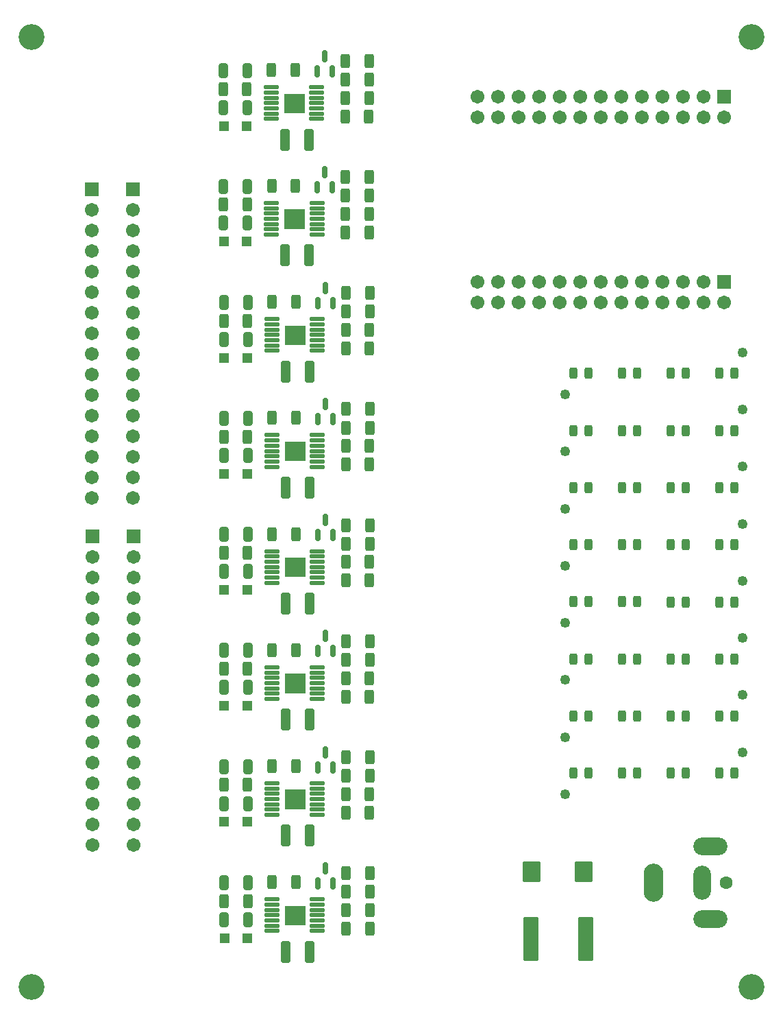
<source format=gbr>
G04 #@! TF.GenerationSoftware,KiCad,Pcbnew,8.0.1*
G04 #@! TF.CreationDate,2024-09-07T13:53:51-04:00*
G04 #@! TF.ProjectId,16ch-driver-v1,31366368-2d64-4726-9976-65722d76312e,rev?*
G04 #@! TF.SameCoordinates,Original*
G04 #@! TF.FileFunction,Soldermask,Top*
G04 #@! TF.FilePolarity,Negative*
%FSLAX46Y46*%
G04 Gerber Fmt 4.6, Leading zero omitted, Abs format (unit mm)*
G04 Created by KiCad (PCBNEW 8.0.1) date 2024-09-07 13:53:51*
%MOMM*%
%LPD*%
G01*
G04 APERTURE LIST*
G04 Aperture macros list*
%AMRoundRect*
0 Rectangle with rounded corners*
0 $1 Rounding radius*
0 $2 $3 $4 $5 $6 $7 $8 $9 X,Y pos of 4 corners*
0 Add a 4 corners polygon primitive as box body*
4,1,4,$2,$3,$4,$5,$6,$7,$8,$9,$2,$3,0*
0 Add four circle primitives for the rounded corners*
1,1,$1+$1,$2,$3*
1,1,$1+$1,$4,$5*
1,1,$1+$1,$6,$7*
1,1,$1+$1,$8,$9*
0 Add four rect primitives between the rounded corners*
20,1,$1+$1,$2,$3,$4,$5,0*
20,1,$1+$1,$4,$5,$6,$7,0*
20,1,$1+$1,$6,$7,$8,$9,0*
20,1,$1+$1,$8,$9,$2,$3,0*%
G04 Aperture macros list end*
%ADD10C,0.010000*%
%ADD11RoundRect,0.250000X-0.312500X-0.625000X0.312500X-0.625000X0.312500X0.625000X-0.312500X0.625000X0*%
%ADD12RoundRect,0.250000X-0.325000X-0.650000X0.325000X-0.650000X0.325000X0.650000X-0.325000X0.650000X0*%
%ADD13RoundRect,0.250000X0.312500X0.625000X-0.312500X0.625000X-0.312500X-0.625000X0.312500X-0.625000X0*%
%ADD14RoundRect,0.250000X0.325000X1.100000X-0.325000X1.100000X-0.325000X-1.100000X0.325000X-1.100000X0*%
%ADD15RoundRect,0.243750X-0.243750X-0.456250X0.243750X-0.456250X0.243750X0.456250X-0.243750X0.456250X0*%
%ADD16C,3.200000*%
%ADD17RoundRect,0.102000X-0.800000X-0.150000X0.800000X-0.150000X0.800000X0.150000X-0.800000X0.150000X0*%
%ADD18R,1.200000X1.200000*%
%ADD19C,1.250000*%
%ADD20RoundRect,0.250000X-0.875000X-1.025000X0.875000X-1.025000X0.875000X1.025000X-0.875000X1.025000X0*%
%ADD21RoundRect,0.102000X-0.754000X0.754000X-0.754000X-0.754000X0.754000X-0.754000X0.754000X0.754000X0*%
%ADD22C,1.712000*%
%ADD23RoundRect,0.150000X0.150000X-0.587500X0.150000X0.587500X-0.150000X0.587500X-0.150000X-0.587500X0*%
%ADD24RoundRect,0.250000X0.712500X2.475000X-0.712500X2.475000X-0.712500X-2.475000X0.712500X-2.475000X0*%
%ADD25C,1.600000*%
%ADD26O,2.454000X4.704000*%
%ADD27O,2.204000X4.204000*%
%ADD28O,4.204000X2.204000*%
G04 APERTURE END LIST*
D10*
G04 #@! TO.C,U3*
X127816503Y-79763213D02*
X125356503Y-79763213D01*
X125356503Y-77453213D01*
X127816503Y-77453213D01*
X127816503Y-79763213D01*
G36*
X127816503Y-79763213D02*
G01*
X125356503Y-79763213D01*
X125356503Y-77453213D01*
X127816503Y-77453213D01*
X127816503Y-79763213D01*
G37*
G04 #@! TO.C,U8*
X127836503Y-151391783D02*
X125376503Y-151391783D01*
X125376503Y-149081783D01*
X127836503Y-149081783D01*
X127836503Y-151391783D01*
G36*
X127836503Y-151391783D02*
G01*
X125376503Y-151391783D01*
X125376503Y-149081783D01*
X127836503Y-149081783D01*
X127836503Y-151391783D01*
G37*
G04 #@! TO.C,U1*
X127741503Y-51149999D02*
X125281503Y-51149999D01*
X125281503Y-48839999D01*
X127741503Y-48839999D01*
X127741503Y-51149999D01*
G36*
X127741503Y-51149999D02*
G01*
X125281503Y-51149999D01*
X125281503Y-48839999D01*
X127741503Y-48839999D01*
X127741503Y-51149999D01*
G37*
G04 #@! TO.C,U2*
X127766503Y-65437499D02*
X125306503Y-65437499D01*
X125306503Y-63127499D01*
X127766503Y-63127499D01*
X127766503Y-65437499D01*
G36*
X127766503Y-65437499D02*
G01*
X125306503Y-65437499D01*
X125306503Y-63127499D01*
X127766503Y-63127499D01*
X127766503Y-65437499D01*
G37*
G04 #@! TO.C,U5*
X127816503Y-108414641D02*
X125356503Y-108414641D01*
X125356503Y-106104641D01*
X127816503Y-106104641D01*
X127816503Y-108414641D01*
G36*
X127816503Y-108414641D02*
G01*
X125356503Y-108414641D01*
X125356503Y-106104641D01*
X127816503Y-106104641D01*
X127816503Y-108414641D01*
G37*
G04 #@! TO.C,U4*
X127816503Y-94088927D02*
X125356503Y-94088927D01*
X125356503Y-91778927D01*
X127816503Y-91778927D01*
X127816503Y-94088927D01*
G36*
X127816503Y-94088927D02*
G01*
X125356503Y-94088927D01*
X125356503Y-91778927D01*
X127816503Y-91778927D01*
X127816503Y-94088927D01*
G37*
G04 #@! TO.C,U6*
X127816503Y-122740355D02*
X125356503Y-122740355D01*
X125356503Y-120430355D01*
X127816503Y-120430355D01*
X127816503Y-122740355D01*
G36*
X127816503Y-122740355D02*
G01*
X125356503Y-122740355D01*
X125356503Y-120430355D01*
X127816503Y-120430355D01*
X127816503Y-122740355D01*
G37*
G04 #@! TO.C,U7*
X127816503Y-137066069D02*
X125356503Y-137066069D01*
X125356503Y-134756069D01*
X127816503Y-134756069D01*
X127816503Y-137066069D01*
G36*
X127816503Y-137066069D02*
G01*
X125356503Y-137066069D01*
X125356503Y-134756069D01*
X127816503Y-134756069D01*
X127816503Y-137066069D01*
G37*
G04 #@! TD*
D11*
G04 #@! TO.C,R23*
X117836503Y-91183927D03*
X120761503Y-91183927D03*
G04 #@! TD*
D12*
G04 #@! TO.C,C3*
X117757502Y-45964999D03*
X120707502Y-45964999D03*
G04 #@! TD*
D13*
G04 #@! TO.C,R16*
X135848803Y-75729913D03*
X132923803Y-75729913D03*
G04 #@! TD*
D14*
G04 #@! TO.C,C23*
X128437502Y-154741783D03*
X125487502Y-154741783D03*
G04 #@! TD*
D15*
G04 #@! TO.C,D33*
X161003481Y-97457731D03*
X162878481Y-97457731D03*
G04 #@! TD*
D12*
G04 #@! TO.C,C4*
X117757502Y-50534999D03*
X120707502Y-50534999D03*
G04 #@! TD*
G04 #@! TO.C,C16*
X117832502Y-107799641D03*
X120782502Y-107799641D03*
G04 #@! TD*
D15*
G04 #@! TO.C,D38*
X167053481Y-111557731D03*
X168928481Y-111557731D03*
G04 #@! TD*
D16*
G04 #@! TO.C,H3*
X94075000Y-41835000D03*
G04 #@! TD*
D13*
G04 #@! TO.C,R3*
X135771503Y-49374999D03*
X132846503Y-49374999D03*
G04 #@! TD*
D15*
G04 #@! TO.C,D42*
X161003481Y-118607731D03*
X162878481Y-118607731D03*
G04 #@! TD*
G04 #@! TO.C,D29*
X167053481Y-90407731D03*
X168928481Y-90407731D03*
G04 #@! TD*
D17*
G04 #@! TO.C,U3*
X123786503Y-76658213D03*
X123786503Y-77308213D03*
X123786503Y-77958213D03*
X123786503Y-78608213D03*
X123786503Y-79258213D03*
X123786503Y-79908213D03*
X123786503Y-80558213D03*
X129386503Y-80558213D03*
X129386503Y-79908213D03*
X129386503Y-79258213D03*
X129386503Y-78608213D03*
X129386503Y-77958213D03*
X129386503Y-77308213D03*
X129386503Y-76658213D03*
G04 #@! TD*
D15*
G04 #@! TO.C,D39*
X161003481Y-111557731D03*
X162878481Y-111557731D03*
G04 #@! TD*
D13*
G04 #@! TO.C,R9*
X135796503Y-63662499D03*
X132871503Y-63662499D03*
G04 #@! TD*
D18*
G04 #@! TO.C,D13*
X120695002Y-110069641D03*
X117895002Y-110069641D03*
G04 #@! TD*
D13*
G04 #@! TO.C,R40*
X135848803Y-133032769D03*
X132923803Y-133032769D03*
G04 #@! TD*
D17*
G04 #@! TO.C,U8*
X123806503Y-148286783D03*
X123806503Y-148936783D03*
X123806503Y-149586783D03*
X123806503Y-150236783D03*
X123806503Y-150886783D03*
X123806503Y-151536783D03*
X123806503Y-152186783D03*
X129406503Y-152186783D03*
X129406503Y-151536783D03*
X129406503Y-150886783D03*
X129406503Y-150236783D03*
X129406503Y-149586783D03*
X129406503Y-148936783D03*
X129406503Y-148286783D03*
G04 #@! TD*
D12*
G04 #@! TO.C,C13*
X117832502Y-93473927D03*
X120782502Y-93473927D03*
G04 #@! TD*
G04 #@! TO.C,C6*
X117782502Y-60252499D03*
X120732502Y-60252499D03*
G04 #@! TD*
D11*
G04 #@! TO.C,R11*
X117786503Y-62532499D03*
X120711503Y-62532499D03*
G04 #@! TD*
D15*
G04 #@! TO.C,D5*
X179087500Y-90410000D03*
X180962500Y-90410000D03*
G04 #@! TD*
D13*
G04 #@! TO.C,R37*
X135850002Y-130731069D03*
X132925002Y-130731069D03*
G04 #@! TD*
D15*
G04 #@! TO.C,D41*
X167053481Y-118607731D03*
X168928481Y-118607731D03*
G04 #@! TD*
D12*
G04 #@! TO.C,C18*
X117832502Y-117555355D03*
X120782502Y-117555355D03*
G04 #@! TD*
D18*
G04 #@! TO.C,D22*
X120715002Y-153046783D03*
X117915002Y-153046783D03*
G04 #@! TD*
D19*
G04 #@! TO.C,LP4*
X181980000Y-101910000D03*
X159980000Y-107110000D03*
G04 #@! TD*
D18*
G04 #@! TO.C,D7*
X120695002Y-81418213D03*
X117895002Y-81418213D03*
G04 #@! TD*
D11*
G04 #@! TO.C,R35*
X117836503Y-119835355D03*
X120761503Y-119835355D03*
G04 #@! TD*
D12*
G04 #@! TO.C,C19*
X117832502Y-122125355D03*
X120782502Y-122125355D03*
G04 #@! TD*
D20*
G04 #@! TO.C,C1*
X155906489Y-144837930D03*
X162306489Y-144837930D03*
G04 #@! TD*
D15*
G04 #@! TO.C,D11*
X179087500Y-104510000D03*
X180962500Y-104510000D03*
G04 #@! TD*
D18*
G04 #@! TO.C,D10*
X120695002Y-95743927D03*
X117895002Y-95743927D03*
G04 #@! TD*
D14*
G04 #@! TO.C,C11*
X128417502Y-97438927D03*
X125467502Y-97438927D03*
G04 #@! TD*
D15*
G04 #@! TO.C,D26*
X167053481Y-83357731D03*
X168928481Y-83357731D03*
G04 #@! TD*
D18*
G04 #@! TO.C,D4*
X120645002Y-67092499D03*
X117845002Y-67092499D03*
G04 #@! TD*
D13*
G04 #@! TO.C,R19*
X135850002Y-87753927D03*
X132925002Y-87753927D03*
G04 #@! TD*
D15*
G04 #@! TO.C,D24*
X173037500Y-132710000D03*
X174912500Y-132710000D03*
G04 #@! TD*
D21*
G04 #@! TO.C,J3*
X106637502Y-60639998D03*
X101557502Y-60639998D03*
D22*
X106637502Y-63179998D03*
X101557502Y-63179998D03*
X106637502Y-65719998D03*
X101557502Y-65719998D03*
X106637502Y-68259998D03*
X101557502Y-68259998D03*
X106637502Y-70799998D03*
X101557502Y-70799998D03*
X106637502Y-73339998D03*
X101557502Y-73339998D03*
X106637502Y-75879998D03*
X101557502Y-75879998D03*
X106637502Y-78419998D03*
X101557502Y-78419998D03*
X106637502Y-80959998D03*
X101557502Y-80959998D03*
X106637502Y-83499998D03*
X101557502Y-83499998D03*
X106637502Y-86039998D03*
X101557502Y-86039998D03*
X106637502Y-88579998D03*
X101557502Y-88579998D03*
X106637502Y-91119998D03*
X101557502Y-91119998D03*
X106637502Y-93659998D03*
X101557502Y-93659998D03*
X106637502Y-96199998D03*
X101557502Y-96199998D03*
X106637502Y-98739998D03*
X101557502Y-98739998D03*
G04 #@! TD*
D13*
G04 #@! TO.C,R28*
X135848803Y-104381341D03*
X132923803Y-104381341D03*
G04 #@! TD*
D23*
G04 #@! TO.C,Q6*
X129417502Y-117652855D03*
X131317502Y-117652855D03*
X130367502Y-115777855D03*
G04 #@! TD*
D13*
G04 #@! TO.C,R48*
X135850002Y-151896783D03*
X132925002Y-151896783D03*
G04 #@! TD*
G04 #@! TO.C,R33*
X135846503Y-120965355D03*
X132921503Y-120965355D03*
G04 #@! TD*
D23*
G04 #@! TO.C,Q2*
X129367502Y-60349999D03*
X131267502Y-60349999D03*
X130317502Y-58474999D03*
G04 #@! TD*
D12*
G04 #@! TO.C,C12*
X117832502Y-88903927D03*
X120782502Y-88903927D03*
G04 #@! TD*
D13*
G04 #@! TO.C,R45*
X135866503Y-149616783D03*
X132941503Y-149616783D03*
G04 #@! TD*
D15*
G04 #@! TO.C,D23*
X179087500Y-132710000D03*
X180962500Y-132710000D03*
G04 #@! TD*
D12*
G04 #@! TO.C,C7*
X117782502Y-64822499D03*
X120732502Y-64822499D03*
G04 #@! TD*
D13*
G04 #@! TO.C,R4*
X135773803Y-47116699D03*
X132848803Y-47116699D03*
G04 #@! TD*
D19*
G04 #@! TO.C,LP7*
X181979997Y-123060001D03*
X159979997Y-128260001D03*
G04 #@! TD*
D15*
G04 #@! TO.C,D47*
X167053481Y-132707731D03*
X168928481Y-132707731D03*
G04 #@! TD*
G04 #@! TO.C,D27*
X161003481Y-83357731D03*
X162878481Y-83357731D03*
G04 #@! TD*
D13*
G04 #@! TO.C,R46*
X135868803Y-147358483D03*
X132943803Y-147358483D03*
G04 #@! TD*
D18*
G04 #@! TO.C,D16*
X120695002Y-124395355D03*
X117895002Y-124395355D03*
G04 #@! TD*
D19*
G04 #@! TO.C,LP5*
X181979998Y-108959998D03*
X159979998Y-114159998D03*
G04 #@! TD*
D13*
G04 #@! TO.C,R14*
X126720002Y-74528213D03*
X123795002Y-74528213D03*
G04 #@! TD*
D14*
G04 #@! TO.C,C14*
X128417502Y-111764641D03*
X125467502Y-111764641D03*
G04 #@! TD*
G04 #@! TO.C,C17*
X128417502Y-126090355D03*
X125467502Y-126090355D03*
G04 #@! TD*
D24*
G04 #@! TO.C,F1*
X162537500Y-153185000D03*
X155762500Y-153185000D03*
G04 #@! TD*
D25*
G04 #@! TO.C,J1*
X179955086Y-146253591D03*
D26*
X170955086Y-146253591D03*
D27*
X176955086Y-146253591D03*
D28*
X177955086Y-141753591D03*
X177955086Y-150753591D03*
G04 #@! TD*
D11*
G04 #@! TO.C,R29*
X117836503Y-105509641D03*
X120761503Y-105509641D03*
G04 #@! TD*
D13*
G04 #@! TO.C,R30*
X135830002Y-108919641D03*
X132905002Y-108919641D03*
G04 #@! TD*
G04 #@! TO.C,R39*
X135846503Y-135291069D03*
X132921503Y-135291069D03*
G04 #@! TD*
D15*
G04 #@! TO.C,D45*
X161003481Y-125657731D03*
X162878481Y-125657731D03*
G04 #@! TD*
D14*
G04 #@! TO.C,C2*
X128342502Y-54499999D03*
X125392502Y-54499999D03*
G04 #@! TD*
D23*
G04 #@! TO.C,Q7*
X129417502Y-131978569D03*
X131317502Y-131978569D03*
X130367502Y-130103569D03*
G04 #@! TD*
D17*
G04 #@! TO.C,U1*
X123711503Y-48044999D03*
X123711503Y-48694999D03*
X123711503Y-49344999D03*
X123711503Y-49994999D03*
X123711503Y-50644999D03*
X123711503Y-51294999D03*
X123711503Y-51944999D03*
X129311503Y-51944999D03*
X129311503Y-51294999D03*
X129311503Y-50644999D03*
X129311503Y-49994999D03*
X129311503Y-49344999D03*
X129311503Y-48694999D03*
X129311503Y-48044999D03*
G04 #@! TD*
G04 #@! TO.C,U2*
X123736503Y-62332499D03*
X123736503Y-62982499D03*
X123736503Y-63632499D03*
X123736503Y-64282499D03*
X123736503Y-64932499D03*
X123736503Y-65582499D03*
X123736503Y-66232499D03*
X129336503Y-66232499D03*
X129336503Y-65582499D03*
X129336503Y-64932499D03*
X129336503Y-64282499D03*
X129336503Y-63632499D03*
X129336503Y-62982499D03*
X129336503Y-62332499D03*
G04 #@! TD*
D13*
G04 #@! TO.C,R1*
X135775002Y-44814999D03*
X132850002Y-44814999D03*
G04 #@! TD*
D12*
G04 #@! TO.C,C24*
X117852502Y-146206783D03*
X120802502Y-146206783D03*
G04 #@! TD*
D15*
G04 #@! TO.C,D3*
X173037500Y-83360000D03*
X174912500Y-83360000D03*
G04 #@! TD*
D13*
G04 #@! TO.C,R8*
X126670002Y-60202499D03*
X123745002Y-60202499D03*
G04 #@! TD*
G04 #@! TO.C,R34*
X135848803Y-118707055D03*
X132923803Y-118707055D03*
G04 #@! TD*
D16*
G04 #@! TO.C,H1*
X94075000Y-159060000D03*
G04 #@! TD*
D13*
G04 #@! TO.C,R44*
X126740002Y-146156783D03*
X123815002Y-146156783D03*
G04 #@! TD*
D15*
G04 #@! TO.C,D44*
X167053481Y-125657731D03*
X168928481Y-125657731D03*
G04 #@! TD*
D12*
G04 #@! TO.C,C25*
X117852502Y-150776783D03*
X120802502Y-150776783D03*
G04 #@! TD*
D13*
G04 #@! TO.C,R38*
X126720002Y-131831069D03*
X123795002Y-131831069D03*
G04 #@! TD*
D23*
G04 #@! TO.C,Q4*
X129417502Y-89001427D03*
X131317502Y-89001427D03*
X130367502Y-87126427D03*
G04 #@! TD*
D15*
G04 #@! TO.C,D9*
X173037500Y-97460000D03*
X174912500Y-97460000D03*
G04 #@! TD*
G04 #@! TO.C,D20*
X179087500Y-125660000D03*
X180962500Y-125660000D03*
G04 #@! TD*
D21*
G04 #@! TO.C,J4*
X106662502Y-103439998D03*
X101582502Y-103439998D03*
D22*
X106662502Y-105979998D03*
X101582502Y-105979998D03*
X106662502Y-108519998D03*
X101582502Y-108519998D03*
X106662502Y-111059998D03*
X101582502Y-111059998D03*
X106662502Y-113599998D03*
X101582502Y-113599998D03*
X106662502Y-116139998D03*
X101582502Y-116139998D03*
X106662502Y-118679998D03*
X101582502Y-118679998D03*
X106662502Y-121219998D03*
X101582502Y-121219998D03*
X106662502Y-123759998D03*
X101582502Y-123759998D03*
X106662502Y-126299998D03*
X101582502Y-126299998D03*
X106662502Y-128839998D03*
X101582502Y-128839998D03*
X106662502Y-131379998D03*
X101582502Y-131379998D03*
X106662502Y-133919998D03*
X101582502Y-133919998D03*
X106662502Y-136459998D03*
X101582502Y-136459998D03*
X106662502Y-138999998D03*
X101582502Y-138999998D03*
X106662502Y-141539998D03*
X101582502Y-141539998D03*
G04 #@! TD*
D13*
G04 #@! TO.C,R43*
X135870002Y-145056783D03*
X132945002Y-145056783D03*
G04 #@! TD*
D15*
G04 #@! TO.C,D30*
X161003481Y-90407731D03*
X162878481Y-90407731D03*
G04 #@! TD*
D23*
G04 #@! TO.C,Q3*
X129417502Y-74675713D03*
X131317502Y-74675713D03*
X130367502Y-72800713D03*
G04 #@! TD*
G04 #@! TO.C,Q1*
X129342502Y-46062499D03*
X131242502Y-46062499D03*
X130292502Y-44187499D03*
G04 #@! TD*
D11*
G04 #@! TO.C,R47*
X117856503Y-148486783D03*
X120781503Y-148486783D03*
G04 #@! TD*
D17*
G04 #@! TO.C,U5*
X123786503Y-105309641D03*
X123786503Y-105959641D03*
X123786503Y-106609641D03*
X123786503Y-107259641D03*
X123786503Y-107909641D03*
X123786503Y-108559641D03*
X123786503Y-109209641D03*
X129386503Y-109209641D03*
X129386503Y-108559641D03*
X129386503Y-107909641D03*
X129386503Y-107259641D03*
X129386503Y-106609641D03*
X129386503Y-105959641D03*
X129386503Y-105309641D03*
G04 #@! TD*
D16*
G04 #@! TO.C,H2*
X183025000Y-159060000D03*
G04 #@! TD*
D13*
G04 #@! TO.C,R15*
X135846503Y-77988213D03*
X132921503Y-77988213D03*
G04 #@! TD*
D21*
G04 #@! TO.C,U18*
X179697064Y-49188987D03*
D22*
X179697064Y-51728987D03*
X177157064Y-49188987D03*
X177157064Y-51728987D03*
X174617064Y-49188987D03*
X174617064Y-51728987D03*
X172077064Y-49188987D03*
X172077064Y-51728987D03*
X169537064Y-49188987D03*
X169537064Y-51728987D03*
X166997064Y-49188987D03*
X166997064Y-51728987D03*
X164457064Y-49188987D03*
X164457064Y-51728987D03*
X161917064Y-49188987D03*
X161917064Y-51728987D03*
X159377064Y-49188987D03*
X159377064Y-51728987D03*
X156837064Y-49188987D03*
X156837064Y-51728987D03*
X154297064Y-49188987D03*
X154297064Y-51728987D03*
X151757064Y-49188987D03*
X151757064Y-51728987D03*
X149217064Y-49188987D03*
X149217064Y-51728987D03*
D21*
X179697064Y-72078987D03*
D22*
X179687064Y-74618987D03*
X177157064Y-72078987D03*
X177157064Y-74618987D03*
X174617064Y-72078987D03*
X174617064Y-74618987D03*
X172077064Y-72078987D03*
X172077064Y-74618987D03*
X169537064Y-72078987D03*
X169537064Y-74618987D03*
X166997064Y-72078987D03*
X166997064Y-74618987D03*
X164457064Y-72078987D03*
X164457064Y-74618987D03*
X161917064Y-72078987D03*
X161917064Y-74618987D03*
X159377064Y-72078987D03*
X159377064Y-74618987D03*
X156837064Y-72078987D03*
X156837064Y-74618987D03*
X154297064Y-72078987D03*
X154297064Y-74618987D03*
X151757064Y-72078987D03*
X151757064Y-74618987D03*
X149217064Y-72078987D03*
X149217064Y-74618987D03*
G04 #@! TD*
D13*
G04 #@! TO.C,R10*
X135798803Y-61404199D03*
X132873803Y-61404199D03*
G04 #@! TD*
D14*
G04 #@! TO.C,C20*
X128417502Y-140416069D03*
X125467502Y-140416069D03*
G04 #@! TD*
D19*
G04 #@! TO.C,LP8*
X181980000Y-130110000D03*
X159980000Y-135310000D03*
G04 #@! TD*
D18*
G04 #@! TO.C,D19*
X120695002Y-138721069D03*
X117895002Y-138721069D03*
G04 #@! TD*
D13*
G04 #@! TO.C,R6*
X135755002Y-51654999D03*
X132830002Y-51654999D03*
G04 #@! TD*
D15*
G04 #@! TO.C,D18*
X173037500Y-118610000D03*
X174912500Y-118610000D03*
G04 #@! TD*
D13*
G04 #@! TO.C,R7*
X135800002Y-59102499D03*
X132875002Y-59102499D03*
G04 #@! TD*
D15*
G04 #@! TO.C,D15*
X173062500Y-111560000D03*
X174937500Y-111560000D03*
G04 #@! TD*
D14*
G04 #@! TO.C,C5*
X128367502Y-68787499D03*
X125417502Y-68787499D03*
G04 #@! TD*
D17*
G04 #@! TO.C,U4*
X123786503Y-90983927D03*
X123786503Y-91633927D03*
X123786503Y-92283927D03*
X123786503Y-92933927D03*
X123786503Y-93583927D03*
X123786503Y-94233927D03*
X123786503Y-94883927D03*
X129386503Y-94883927D03*
X129386503Y-94233927D03*
X129386503Y-93583927D03*
X129386503Y-92933927D03*
X129386503Y-92283927D03*
X129386503Y-91633927D03*
X129386503Y-90983927D03*
G04 #@! TD*
D13*
G04 #@! TO.C,R18*
X135830002Y-80268213D03*
X132905002Y-80268213D03*
G04 #@! TD*
D23*
G04 #@! TO.C,Q8*
X129437502Y-146304283D03*
X131337502Y-146304283D03*
X130387502Y-144429283D03*
G04 #@! TD*
D13*
G04 #@! TO.C,R24*
X135830002Y-94593927D03*
X132905002Y-94593927D03*
G04 #@! TD*
D18*
G04 #@! TO.C,D1*
X120620002Y-52804999D03*
X117820002Y-52804999D03*
G04 #@! TD*
D13*
G04 #@! TO.C,R13*
X135850002Y-73428213D03*
X132925002Y-73428213D03*
G04 #@! TD*
G04 #@! TO.C,R27*
X135846503Y-106639641D03*
X132921503Y-106639641D03*
G04 #@! TD*
D15*
G04 #@! TO.C,D2*
X179087500Y-83360000D03*
X180962500Y-83360000D03*
G04 #@! TD*
D13*
G04 #@! TO.C,R21*
X135846503Y-92313927D03*
X132921503Y-92313927D03*
G04 #@! TD*
D15*
G04 #@! TO.C,D14*
X179087500Y-111560000D03*
X180962500Y-111560000D03*
G04 #@! TD*
D13*
G04 #@! TO.C,R42*
X135830002Y-137571069D03*
X132905002Y-137571069D03*
G04 #@! TD*
D15*
G04 #@! TO.C,D21*
X173037500Y-125660000D03*
X174912500Y-125660000D03*
G04 #@! TD*
D13*
G04 #@! TO.C,R12*
X135780002Y-65942499D03*
X132855002Y-65942499D03*
G04 #@! TD*
G04 #@! TO.C,R31*
X135850002Y-116405355D03*
X132925002Y-116405355D03*
G04 #@! TD*
D23*
G04 #@! TO.C,Q5*
X129417502Y-103327141D03*
X131317502Y-103327141D03*
X130367502Y-101452141D03*
G04 #@! TD*
D15*
G04 #@! TO.C,D48*
X161006830Y-132708222D03*
X162881830Y-132708222D03*
G04 #@! TD*
D19*
G04 #@! TO.C,LP2*
X181979997Y-87810002D03*
X159979997Y-93010002D03*
G04 #@! TD*
D16*
G04 #@! TO.C,H4*
X183025000Y-41835000D03*
G04 #@! TD*
D13*
G04 #@! TO.C,R20*
X126720002Y-88853927D03*
X123795002Y-88853927D03*
G04 #@! TD*
G04 #@! TO.C,R32*
X126720002Y-117505355D03*
X123795002Y-117505355D03*
G04 #@! TD*
D19*
G04 #@! TO.C,LP6*
X181980000Y-116010002D03*
X159980000Y-121210002D03*
G04 #@! TD*
D12*
G04 #@! TO.C,C9*
X117832502Y-74578213D03*
X120782502Y-74578213D03*
G04 #@! TD*
D13*
G04 #@! TO.C,R2*
X126645002Y-45914999D03*
X123720002Y-45914999D03*
G04 #@! TD*
D12*
G04 #@! TO.C,C22*
X117832502Y-136451069D03*
X120782502Y-136451069D03*
G04 #@! TD*
D11*
G04 #@! TO.C,R5*
X117761503Y-48244999D03*
X120686503Y-48244999D03*
G04 #@! TD*
D19*
G04 #@! TO.C,LP1*
X181979997Y-80759998D03*
X159979997Y-85959998D03*
G04 #@! TD*
D15*
G04 #@! TO.C,D8*
X179087500Y-97460000D03*
X180962500Y-97460000D03*
G04 #@! TD*
G04 #@! TO.C,D32*
X167053481Y-97457731D03*
X168928481Y-97457731D03*
G04 #@! TD*
D12*
G04 #@! TO.C,C21*
X117832502Y-131881069D03*
X120782502Y-131881069D03*
G04 #@! TD*
D13*
G04 #@! TO.C,R26*
X126720002Y-103179641D03*
X123795002Y-103179641D03*
G04 #@! TD*
D15*
G04 #@! TO.C,D36*
X161003481Y-104507731D03*
X162878481Y-104507731D03*
G04 #@! TD*
G04 #@! TO.C,D12*
X173037500Y-104510000D03*
X174912500Y-104510000D03*
G04 #@! TD*
D11*
G04 #@! TO.C,R17*
X117836503Y-76858213D03*
X120761503Y-76858213D03*
G04 #@! TD*
D17*
G04 #@! TO.C,U6*
X123786503Y-119635355D03*
X123786503Y-120285355D03*
X123786503Y-120935355D03*
X123786503Y-121585355D03*
X123786503Y-122235355D03*
X123786503Y-122885355D03*
X123786503Y-123535355D03*
X129386503Y-123535355D03*
X129386503Y-122885355D03*
X129386503Y-122235355D03*
X129386503Y-121585355D03*
X129386503Y-120935355D03*
X129386503Y-120285355D03*
X129386503Y-119635355D03*
G04 #@! TD*
D13*
G04 #@! TO.C,R22*
X135848803Y-90055627D03*
X132923803Y-90055627D03*
G04 #@! TD*
G04 #@! TO.C,R36*
X135830002Y-123245355D03*
X132905002Y-123245355D03*
G04 #@! TD*
D12*
G04 #@! TO.C,C10*
X117832502Y-79148213D03*
X120782502Y-79148213D03*
G04 #@! TD*
G04 #@! TO.C,C15*
X117832502Y-103229641D03*
X120782502Y-103229641D03*
G04 #@! TD*
D17*
G04 #@! TO.C,U7*
X123786503Y-133961069D03*
X123786503Y-134611069D03*
X123786503Y-135261069D03*
X123786503Y-135911069D03*
X123786503Y-136561069D03*
X123786503Y-137211069D03*
X123786503Y-137861069D03*
X129386503Y-137861069D03*
X129386503Y-137211069D03*
X129386503Y-136561069D03*
X129386503Y-135911069D03*
X129386503Y-135261069D03*
X129386503Y-134611069D03*
X129386503Y-133961069D03*
G04 #@! TD*
D15*
G04 #@! TO.C,D35*
X167053481Y-104507731D03*
X168928481Y-104507731D03*
G04 #@! TD*
D11*
G04 #@! TO.C,R41*
X117836503Y-134161069D03*
X120761503Y-134161069D03*
G04 #@! TD*
D19*
G04 #@! TO.C,LP3*
X181980000Y-94860000D03*
X159980000Y-100060000D03*
G04 #@! TD*
D13*
G04 #@! TO.C,R25*
X135850002Y-102079641D03*
X132925002Y-102079641D03*
G04 #@! TD*
D15*
G04 #@! TO.C,D17*
X179087500Y-118610000D03*
X180962500Y-118610000D03*
G04 #@! TD*
D14*
G04 #@! TO.C,C8*
X128417502Y-83113213D03*
X125467502Y-83113213D03*
G04 #@! TD*
D15*
G04 #@! TO.C,D6*
X173037500Y-90410000D03*
X174912500Y-90410000D03*
G04 #@! TD*
M02*

</source>
